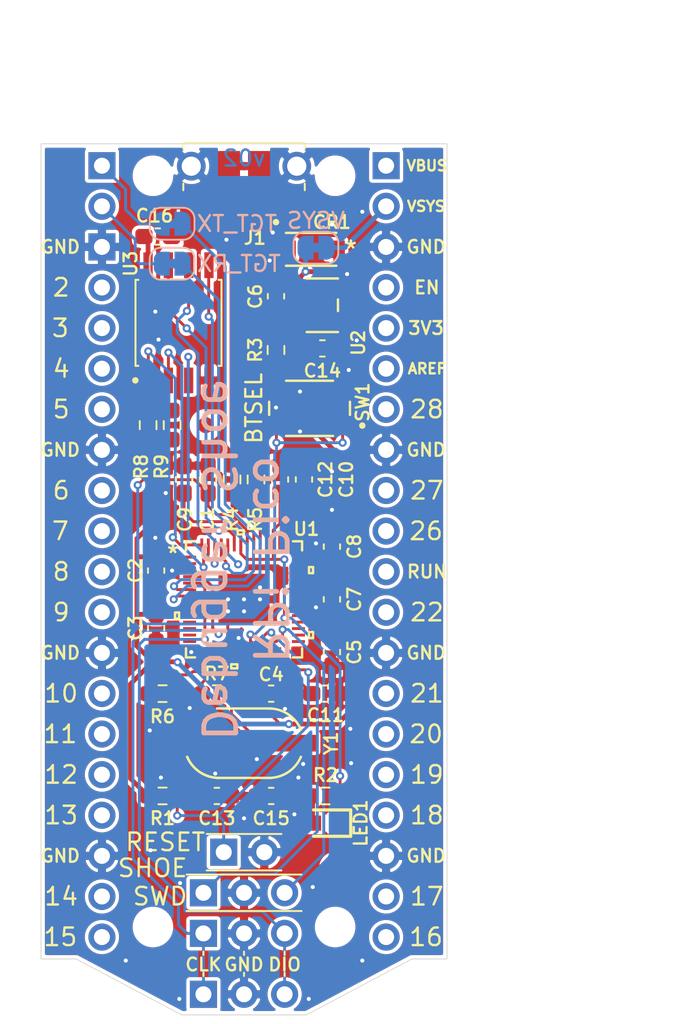
<source format=kicad_pcb>
(kicad_pcb (version 20221018) (generator pcbnew)
  (title_block (title "Raspberry Pi Pico Debugger Shoe") (date "2021-05-16") (rev "v02") (comment 2 "https://creativecommons.org/licenses/by/4.0/") (comment 3 "License: CC BY 4.0") (comment 4 "Author: Shawn Hymel"))
  (layers (0 "F.Cu" signal) (31 "B.Cu" signal) (34 "B.Paste" user) (35 "F.Paste" user) (36 "B.SilkS" user "B.Silkscreen") (37 "F.SilkS" user "F.Silkscreen") (38 "B.Mask" user) (39 "F.Mask" user) (44 "Edge.Cuts" user))
  (net 0 "")
  (net 1 "GND")
  (net 2 "+3V3")
  (net 3 "/VSYS")
  (net 4 "/+1.1V")
  (net 5 "/XIN")
  (net 6 "Net-(C15-Pad1)")
  (net 7 "/VBUS")
  (net 8 "Net-(J1-Pad4)")
  (net 9 "/USB_P")
  (net 10 "/USB_N")
  (net 11 "/RUN")
  (net 12 "/SWDIO")
  (net 13 "/SWCLK")
  (net 14 "Net-(J4-Pad18)")
  (net 15 "Net-(J4-Pad17)")
  (net 16 "Net-(J4-Pad15)")
  (net 17 "Net-(J4-Pad14)")
  (net 18 "Net-(J4-Pad13)")
  (net 19 "Net-(J4-Pad12)")
  (net 20 "Net-(J4-Pad10)")
  (net 21 "Net-(J4-Pad9)")
  (net 22 "Net-(J4-Pad8)")
  (net 23 "Net-(J4-Pad7)")
  (net 24 "Net-(J4-Pad5)")
  (net 25 "Net-(J4-Pad4)")
  (net 26 "Net-(J4-Pad3)")
  (net 27 "Net-(J4-Pad2)")
  (net 28 "Net-(J5-Pad20)")
  (net 29 "Net-(J5-Pad19)")
  (net 30 "Net-(J5-Pad17)")
  (net 31 "Net-(J5-Pad16)")
  (net 32 "Net-(J5-Pad15)")
  (net 33 "Net-(J5-Pad14)")
  (net 34 "Net-(J5-Pad12)")
  (net 35 "Net-(J5-Pad11)")
  (net 36 "Net-(J5-Pad10)")
  (net 37 "Net-(J5-Pad9)")
  (net 38 "Net-(J5-Pad7)")
  (net 39 "Net-(J5-Pad6)")
  (net 40 "Net-(J5-Pad5)")
  (net 41 "Net-(J5-Pad4)")
  (net 42 "Net-(J5-Pad2)")
  (net 43 "Net-(J5-Pad1)")
  (net 44 "/TARGET_SWDIO")
  (net 45 "/TARGET_SWCLK")
  (net 46 "Net-(J8-Pad2)")
  (net 47 "Net-(J8-Pad1)")
  (net 48 "/TARGET_TX")
  (net 49 "/TARGET_RX")
  (net 50 "Net-(LED1-Pad2)")
  (net 51 "/GPIO25")
  (net 52 "Net-(R3-Pad2)")
  (net 53 "Net-(R4-Pad2)")
  (net 54 "Net-(R5-Pad2)")
  (net 55 "/XOUT")
  (net 56 "/USB_BOOT")
  (net 57 "/QSPI_CS")
  (net 58 "/QSPI_SD1")
  (net 59 "/QSPI_SD2")
  (net 60 "/QSPI_SD0")
  (net 61 "/QSPI_SCK")
  (net 62 "/QSPI_SD3")
  (net 63 "Net-(U1-Pad41)")
  (net 64 "Net-(U1-Pad40)")
  (net 65 "Net-(U1-Pad39)")
  (net 66 "Net-(U1-Pad38)")
  (net 67 "Net-(U1-Pad36)")
  (net 68 "Net-(U1-Pad35)")
  (net 69 "Net-(U1-Pad34)")
  (net 70 "Net-(U1-Pad32)")
  (net 71 "Net-(U1-Pad31)")
  (net 72 "Net-(U1-Pad30)")
  (net 73 "Net-(U1-Pad29)")
  (net 74 "Net-(U1-Pad28)")
  (net 75 "Net-(U1-Pad27)")
  (net 76 "Net-(U1-Pad18)")
  (net 77 "Net-(U1-Pad17)")
  (net 78 "Net-(U1-Pad16)")
  (net 79 "Net-(U1-Pad15)")
  (net 80 "Net-(U1-Pad14)")
  (net 81 "Net-(U1-Pad13)")
  (net 82 "Net-(U1-Pad12)")
  (net 83 "Net-(U1-Pad11)")
  (net 84 "Net-(U1-Pad9)")
  (net 85 "Net-(U1-Pad8)")
  (net 86 "Net-(U1-Pad3)")
  (net 87 "Net-(U1-Pad2)")
  (net 88 "Net-(U2-Pad4)")
  (footprint "Capacitor_SMD:C_0603_1608Metric_Pad1.08x0.95mm_HandSolder" (layer "F.Cu") (at 132 106.3 -90)
    (fp_text reference "C3")
    (fp_text value "0.1uF")
  )
  (footprint "Capacitor_SMD:C_0603_1608Metric_Pad1.08x0.95mm_HandSolder" (layer "F.Cu") (at 143 107.8 -90)
    (fp_text reference "C5")
    (fp_text value "0.1uF")
  )
  (footprint "Capacitor_SMD:C_0603_1608Metric_Pad1.08x0.95mm_HandSolder" (layer "F.Cu") (at 143 104.5 -90)
    (fp_text reference "C7")
    (fp_text value "0.1uF")
  )
  (footprint "Capacitor_SMD:C_0603_1608Metric_Pad1.08x0.95mm_HandSolder" (layer "F.Cu") (at 135.8 116.8)
    (fp_text reference "C13")
    (fp_text value "27pF")
  )
  (footprint "Capacitor_SMD:C_0603_1608Metric_Pad1.08x0.95mm_HandSolder" (layer "F.Cu") (at 142.4 88.8 180)
    (fp_text reference "C14")
    (fp_text value "1uF")
  )
  (footprint "Capacitor_SMD:C_0603_1608Metric_Pad1.08x0.95mm_HandSolder" (layer "F.Cu") (at 139.2 116.8 180)
    (fp_text reference "C15")
    (fp_text value "27pF")
  )
  (footprint "Capacitor_SMD:C_0603_1608Metric_Pad1.08x0.95mm_HandSolder" (layer "F.Cu") (at 132.1 81.8)
    (fp_text reference "C16")
    (fp_text value "0.1uF")
  )
  (footprint "mbr120vlsft1g:MBR120VLSFT1G" (layer "F.Cu") (at 141.7 82.6 180)
    (fp_text reference "CR1")
    (fp_text value "MBR120VLSFT1G")
  )
  (footprint "custom:PinHeader_1x02_P2.54mm_Vertical_no-silk" (layer "F.Cu") (at 136.23 120.32 90)
    (fp_text reference "J2" hide)
    (fp_text value "Conn_01x02" hide)
  )
  (footprint "custom:PinHeader_1x03_P2.54mm_Vertical_no-silk" (layer "F.Cu") (at 134.96 122.86 90)
    (fp_text reference "J3" hide)
    (fp_text value "Conn_01x03" hide)
  )
  (footprint "custom:PinHeader_1x18_P2.54mm_Vertical_no-silk" (layer "F.Cu") (at 128.61 82.45)
    (fp_text reference "J4" hide)
    (fp_text value "Conn_01x18" hide)
  )
  (footprint "custom:PinHeader_1x03_P2.54mm_Vertical_no-silk" (layer "F.Cu") (at 134.96 129.21 90)
    (fp_text reference "J7" hide)
    (fp_text value "Conn_01x03" hide)
  )
  (footprint "custom:PinHeader_1x02_P2.54mm_Vertical_no-silk" (layer "F.Cu") (at 128.61 77.37)
    (fp_text reference "J8" hide)
    (fp_text value "Conn_01x02" hide)
  )
  (footprint "Resistor_SMD:R_0603_1608Metric_Pad0.98x0.95mm_HandSolder" (layer "F.Cu") (at 139.5 88.9 -90)
    (fp_text reference "R3")
    (fp_text value "10K")
  )
  (footprint "Resistor_SMD:R_0603_1608Metric_Pad0.98x0.95mm_HandSolder" (layer "F.Cu") (at 131.5 93.6 -90)
    (fp_text reference "R8")
    (fp_text value "1K")
  )
  (footprint "Resistor_SMD:R_0603_1608Metric_Pad0.98x0.95mm_HandSolder" (layer "F.Cu") (at 133 93.6 90)
    (fp_text reference "R9")
    (fp_text value "10K")
  )
  (footprint "W25Q16JVSSIQ:SOIC127P790X216-8N" (layer "F.Cu") (at 133.4 87.2 90)
    (fp_text reference "U3")
    (fp_text value "W25Q16JVSSIQ")
  )
  (footprint "Fiducial:Fiducial_1mm_Mask2mm" (layer "F.Cu") (at 143.2 121.3)
    (fp_text reference "FID2" hide)
    (fp_text value "Fiducial" hide)
  )
  (footprint "MountingHole:MountingHole_2.1mm" (layer "F.Cu") (at 131.8 125)
    (fp_text reference "H3" hide)
    (fp_text value "MountingHole" hide)
  )
  (footprint "MountingHole:MountingHole_2.1mm" (layer "F.Cu") (at 143.2 125)
    (fp_text reference "H4" hide)
    (fp_text value "MountingHole" hide)
  )
  (footprint "custom:PinHeader_1x20_P2.54mm_Vertical_no-silk" (layer "F.Cu") (at 146.39 77.37)
    (fp_text reference "J5" hide)
    (fp_text value "Conn_01x20" hide)
  )
  (footprint "custom:PinHeader_1x03_P2.54mm_Vertical_no-silk" (layer "F.Cu") (at 134.96 125.4 90)
    (fp_text reference "J6" hide)
    (fp_text value "Conn_01x03" hide)
  )
  (footprint "10118193-0001LF:FCI_10118193-0001LF_no-slot" (layer "F.Cu") (at 137.5 77.4 180)
    (fp_text reference "J1")
    (fp_text value "10118193-0001LF")
  )
  (footprint "rp2040:RP2040" (layer "F.Cu") (at 137.5 104.5)
    (fp_text reference "U1")
    (fp_text value "RP2040" hide)
  )
  (footprint "MountingHole:MountingHole_2.1mm" (layer "F.Cu") (at 131.8 78)
    (fp_text reference "H1" hide)
    (fp_text value "MountingHole" hide)
  )
  (footprint "MountingHole:MountingHole_2.1mm" (layer "F.Cu") (at 143.2 78)
    (fp_text reference "H2" hide)
    (fp_text value "MountingHole" hide)
  )
  (footprint "Resistor_SMD:R_0603_1608Metric_Pad0.98x0.95mm_HandSolder" (layer "F.Cu") (at 132.4 116.8)
    (fp_text reference "R1")
    (fp_text value "10K")
  )
  (footprint "Resistor_SMD:R_0603_1608Metric_Pad0.98x0.95mm_HandSolder" (layer "F.Cu") (at 142.6 116.8 180)
    (fp_text reference "R2")
    (fp_text value "1K")
  )
  (footprint "Resistor_SMD:R_0603_1608Metric_Pad0.98x0.95mm_HandSolder" (layer "F.Cu") (at 132.4 110.4 180)
    (fp_text reference "R6")
    (fp_text value "DNP")
  )
  (footprint "abls7m:ABLS7M2-16.000MHZ-D-2Y-T" (layer "F.Cu") (at 137.5 113.5)
    (fp_text reference "Y1")
    (fp_text value "12MHz" hide)
  )
  (footprint "Capacitor_SMD:C_0603_1608Metric_Pad1.08x0.95mm_HandSolder" (layer "F.Cu") (at 132 102.7 -90)
    (fp_text reference "C2")
    (fp_text value "0.1uF")
  )
  (footprint "Capacitor_SMD:C_0603_1608Metric_Pad1.08x0.95mm_HandSolder" (layer "F.Cu") (at 143 101.2 -90)
    (fp_text reference "C8")
    (fp_text value "0.1uF")
  )
  (footprint "Fiducial:Fiducial_1mm_Mask2mm" (layer "F.Cu") (at 135.1 93.6)
    (fp_text reference "FID1" hide)
    (fp_text value "Fiducial" hide)
  )
  (footprint "Capacitor_SMD:C_0603_1608Metric_Pad1.08x0.95mm_HandSolder" (layer "F.Cu") (at 139.5 85.5375 90)
    (fp_text reference "C6")
    (fp_text value "1uF")
  )
  (footprint "Capacitor_SMD:C_0603_1608Metric_Pad1.08x0.95mm_HandSolder" (layer "F.Cu") (at 142.6 110.4)
    (fp_text reference "C11")
    (fp_text value "0.1uF")
  )
  (footprint "Capacitor_SMD:C_0603_1608Metric_Pad1.08x0.95mm_HandSolder" (layer "F.Cu") (at 139.2 110.4)
    (fp_text reference "C4")
    (fp_text value "0.1uF")
  )
  (footprint "Capacitor_SMD:C_0603_1608Metric_Pad1.08x0.95mm_HandSolder" (layer "F.Cu") (at 141.25 97 90)
    (fp_text reference "C10")
    (fp_text value "1uF")
  )
  (footprint "Capacitor_SMD:C_0603_1608Metric_Pad1.08x0.95mm_HandSolder" (layer "F.Cu") (at 133.75 97 90)
    (fp_text reference "C9")
    (fp_text value "0.1uF")
  )
  (footprint "Capacitor_SMD:C_0603_1608Metric_Pad1.08x0.95mm_HandSolder" (layer "F.Cu") (at 135.25 97 90)
    (fp_text reference "C1")
    (fp_text value "0.1uF")
  )
  (footprint "Resistor_SMD:R_0603_1608Metric_Pad0.98x0.95mm_HandSolder" (layer "F.Cu") (at 138.25 97 -90)
    (fp_text reference "R5")
    (fp_text value "27")
  )
  (footprint "Resistor_SMD:R_0603_1608Metric_Pad0.98x0.95mm_HandSolder" (layer "F.Cu") (at 136.75 97 -90)
    (fp_text reference "R4")
    (fp_text value "27")
  )
  (footprint "ap2112:AP2112K-3.3TRG1" (layer "F.Cu") (at 142.4 86.1)
    (fp_text reference "U2")
    (fp_text value "AP2112K-3.3TRG1")
  )
  (footprint "Capacitor_SMD:C_0603_1608Metric_Pad1.08x0.95mm_HandSolder" (layer "F.Cu") (at 139.75 97 90)
    (fp_text reference "C12")
    (fp_text value "1uF")
  )
  (footprint "Resistor_SMD:R_0603_1608Metric_Pad0.98x0.95mm_HandSolder" (layer "F.Cu") (at 135.8 110.4)
    (fp_text reference "R7")
    (fp_text value "1K")
  )
  (footprint "150060VS75000:LEDC1608X80N" (layer "F.Cu") (at 142.6 118.5 180)
    (fp_text reference "LED1")
    (fp_text value "150060VS75000")
  )
  (footprint "PTS810 SJK 250 SMTR LFS:PTS810 SJK 250 SMTR LFS" (layer "F.Cu") (at 141.6 92.55 180)
    (fp_text reference "SW1")
    (fp_text value "PTS810_SJK_250_SMTR_LFS")
  )
  (footprint "Jumper:SolderJumper-2_P1.3mm_Bridged_RoundedPad1.0x1.5mm" (layer "B.Cu") (at 133 81 180)
    (fp_text reference "JP1" hide)
    (fp_text value "SolderJumper_2_Bridged")
  )
  (footprint "Jumper:SolderJumper-2_P1.3mm_Bridged_RoundedPad1.0x1.5mm" (layer "B.Cu") (at 133 83.5 180)
    (fp_text reference "JP2" hide)
    (fp_text value "SolderJumper_2_Bridged")
  )
  (footprint "Jumper:SolderJumper-2_P1.3mm_Bridged_RoundedPad1.0x1.5mm" (layer "B.Cu") (at 142 82.5 180)
    (fp_text reference "JP3" hide)
    (fp_text value "SolderJumper_2_Bridged")
  )
  (gr_line (start 134.96 127.86) (end 134.96 128.07) (stroke (width 0.12)) (layer "F.SilkS"))
  (gr_line (start 140.04 127.86) (end 140.04 128.07) (stroke (width 0.12)) (layer "F.SilkS"))
  (gr_line (start 140.04 126.54) (end 140.04 126.75) (stroke (width 0.12)) (layer "F.SilkS"))
  (gr_line (start 133.9 121.72) (end 141.1 121.72) (stroke (width 0.12)) (layer "F.SilkS"))
  (gr_line (start 135.16 121.46) (end 139.84 121.46) (stroke (width 0.12)) (layer "F.SilkS"))
  (gr_line (start 135.16 119.18) (end 139.84 119.18) (stroke (width 0.12)) (layer "F.SilkS"))
  (gr_line (start 137.5 126.54) (end 137.5 126.75) (stroke (width 0.12)) (layer "F.SilkS"))
  (gr_line (start 133.9 124) (end 141.1 124) (stroke (width 0.12)) (layer "F.SilkS"))
  (gr_line (start 134.96 126.54) (end 134.96 126.75) (stroke (width 0.12)) (layer "F.SilkS"))
  (gr_line (start 137.5 127.86) (end 137.5 128.07) (stroke (width 0.12)) (layer "F.SilkS"))
  (gr_line (start 133.6 130.5) (end 127 127) (stroke (width 0.05)) (layer "Edge.Cuts"))
  (gr_line (start 141.4 130.5) (end 148 127) (stroke (width 0.05)) (layer "Edge.Cuts"))
  (gr_line (start 124.8 127) (end 127 127) (stroke (width 0.05)) (layer "Edge.Cuts"))
  (gr_line (start 150.2 127) (end 148 127) (stroke (width 0.05)) (layer "Edge.Cuts"))
  (gr_line (start 133.6 130.5) (end 141.4 130.5) (stroke (width 0.05)) (layer "Edge.Cuts"))
  (gr_line (start 127 76) (end 148 76) (stroke (width 0.05)) (layer "Edge.Cuts"))
  (gr_line (start 127 76) (end 124.8 76) (stroke (width 0.05)) (layer "Edge.Cuts"))
  (gr_line (start 148 76) (end 150.2 76) (stroke (width 0.05)) (layer "Edge.Cuts"))
  (gr_line (start 124.8 76) (end 124.8 127) (stroke (width 0.05)) (layer "Edge.Cuts"))
  (gr_line (start 150.2 76) (end 150.2 127) (stroke (width 0.05)) (layer "Edge.Cuts"))
  (gr_text "v02" (at 137.5 76.9) (layer "B.Cu") (effects (font (size 1 1)) (justify mirror)))
  (gr_text "TGT_TX" (at 134.46 81) (layer "B.SilkS") (effects (font (size 1 1)) (justify right mirror)))
  (gr_text "TGT_RX" (at 134.46 83.5) (layer "B.SilkS") (effects (font (size 1 1)) (justify right mirror)))
  (gr_text "RPi Pico\nDebugger Shoe" (at 137.5 102 -90) (layer "B.SilkS") (effects (font (size 2 2) (thickness 0.3)) (justify mirror)))
  (gr_text "VSYS" (at 142 80.8) (layer "B.SilkS") (effects (font (size 1 1)) (justify mirror)))
  (gr_text "CLK" (at 134.96 127.35) (layer "F.SilkS") (effects (font (size 0.8 0.8))))
  (gr_text "DIO" (at 140.04 127.35) (layer "F.SilkS") (effects (font (size 0.8 0.8))))
  (gr_text "3" (at 126.01 87.53) (layer "F.SilkS") (effects (font (size 1.1 1.1))))
  (gr_text "4" (at 126.06 90.07) (layer "F.SilkS") (effects (font (size 1.1 1.1))))
  (gr_text "GND\n" (at 126.01 82.45) (layer "F.SilkS") (effects (font (size 0.8 0.8))))
  (gr_text "2" (at 126.06 84.99) (layer "F.SilkS") (effects (font (size 1.1 1.1))))
  (gr_text "GND\n" (at 126.01 107.85) (layer "F.SilkS") (effects (font (size 0.8 0.8))))
  (gr_text "GND\n" (at 126.01 95.15) (layer "F.SilkS") (effects (font (size 0.8 0.8))))
  (gr_text "9" (at 126.06 105.31) (layer "F.SilkS") (effects (font (size 1.1 1.1))))
  (gr_text "7" (at 126.01 100.23) (layer "F.SilkS") (effects (font (size 1.1 1.1))))
  (gr_text "10" (at 126.06 110.39) (layer "F.SilkS") (effects (font (size 1.1 1.1))))
  (gr_text "GND\n" (at 126.01 120.55) (layer "F.SilkS") (effects (font (size 0.8 0.8))))
  (gr_text "15" (at 126.01 125.63) (layer "F.SilkS") (effects (font (size 1.1 1.1))))
  (gr_text "12" (at 126.06 115.47) (layer "F.SilkS") (effects (font (size 1.1 1.1))))
  (gr_text "6" (at 126.06 97.69) (layer "F.SilkS") (effects (font (size 1.1 1.1))))
  (gr_text "5" (at 126.06 92.61) (layer "F.SilkS") (effects (font (size 1.1 1.1))))
  (gr_text "14" (at 126.06 123.09) (layer "F.SilkS") (effects (font (size 1.1 1.1))))
  (gr_text "11" (at 126.01 112.93) (layer "F.SilkS") (effects (font (size 1.1 1.1))))
  (gr_text "13" (at 126.06 118.01) (layer "F.SilkS") (effects (font (size 1.1 1.1))))
  (gr_text "8" (at 126.06 102.77) (layer "F.SilkS") (effects (font (size 1.1 1.1))))
  (gr_text "RUN" (at 148.94 102.77) (layer "F.SilkS") (effects (font (size 0.8 0.8))))
  (gr_text "18" (at 148.94 118.01) (layer "F.SilkS") (effects (font (size 1.1 1.1))))
  (gr_text "20" (at 148.89 112.93) (layer "F.SilkS") (effects (font (size 1.1 1.1))))
  (gr_text "17" (at 148.94 123.09) (layer "F.SilkS") (effects (font (size 1.1 1.1))))
  (gr_text "28" (at 148.94 92.61) (layer "F.SilkS") (effects (font (size 1.1 1.1))))
  (gr_text "27" (at 148.94 97.69) (layer "F.SilkS") (effects (font (size 1.1 1.1))))
  (gr_text "19" (at 148.94 115.47) (layer "F.SilkS") (effects (font (size 1.1 1.1))))
  (gr_text "16" (at 148.89 125.63) (layer "F.SilkS") (effects (font (size 1.1 1.1))))
  (gr_text "GND\n" (at 148.89 120.55) (layer "F.SilkS") (effects (font (size 0.8 0.8))))
  (gr_text "21" (at 148.94 110.39) (layer "F.SilkS") (effects (font (size 1.1 1.1))))
  (gr_text "26" (at 148.89 100.23) (layer "F.SilkS") (effects (font (size 1.1 1.1))))
  (gr_text "22" (at 148.94 105.31) (layer "F.SilkS") (effects (font (size 1.1 1.1))))
  (gr_text "GND\n" (at 148.89 95.15) (layer "F.SilkS") (effects (font (size 0.8 0.8))))
  (gr_text "GND\n" (at 148.89 107.85) (layer "F.SilkS") (effects (font (size 0.8 0.8))))
  (gr_text "EN" (at 148.94 84.99) (layer "F.SilkS") (effects (font (size 0.8 0.8))))
  (gr_text "GND\n" (at 148.89 82.45) (layer "F.SilkS") (effects (font (size 0.8 0.8))))
  (gr_text "AREF" (at 148.94 90.07) (layer "F.SilkS") (effects (font (size 0.65 0.65))))
  (gr_text "3V3" (at 148.89 87.53) (layer "F.SilkS") (effects (font (size 0.8 0.8))))
  (gr_text "VSYS" (at 148.89 79.91) (layer "F.SilkS") (effects (font (size 0.65 0.65))))
  (gr_text "VBUS" (at 148.94 77.37) (layer "F.SilkS") (effects (font (size 0.65 0.65))))
  (gr_text "SHOE\nSWD" (at 134.05 122.2) (layer "F.SilkS") (effects (font (size 1.1 1.1)) (justify right)))
  (gr_text "RESET" (at 135.16 119.69) (layer "F.SilkS") (effects (font (size 1.1 1.1)) (justify right)))
  (gr_text "BTSEL" (at 138.12 92.55 90) (layer "F.SilkS") (effects (font (size 1 1))))
  (gr_text "GND" (at 137.5 127.35) (layer "F.SilkS") (effects (font (size 0.8 0.8))))
  (segment (start 143 102.0625) (end 143 101.96) (width 0.18) (layer "F.Cu") (net 1))
  (segment (start 136.484 106.766) (end 136.484 105.516) (width 0.18) (layer "F.Cu") (net 1))
  (segment (start 143 105.3625) (end 143 105.26) (width 0.18) (layer "F.Cu") (net 1))
  (segment (start 132 102.9) (end 132.2 102.7) (width 0.18) (layer "F.Cu") (net 1))
  (segment (start 132.2 102.7) (end 133 102.7) (width 0.18) (layer "F.Cu") (net 1))
  (segment (start 136.484 106.766) (end 137.006 106.766) (width 0.18) (layer "F.Cu") (net 1))
  (segment (start 140.0625 110.4) (end 140.0625 111.3525) (width 0.18) (layer "F.Cu") (net 1))
  (segment (start 136.484 105.516) (end 137.5 104.5) (width 0.18) (layer "F.Cu") (net 1))
  (segment (start 137.006 106.766) (end 137.16 106.92) (width 0.18) (layer "F.Cu") (net 1))
  (segment (start 136.484 107.9036) (end 136.484 106.766) (width 0.18) (layer "F.Cu") (net 1))
  (segment (start 132 103.5625) (end 132 102.9) (width 0.18) (layer "F.Cu") (net 1))
  (via (at 136.4 82) (size 0.508) (drill 0.254) (layers "F.Cu" "B.Cu") (net 1))
  (via (at 143 81.05) (size 0.508) (drill 0.254) (layers "F.Cu" "B.Cu") (net 1))
  (via (at 137.5 118.2) (size 0.508) (drill 0.254) (layers "F.Cu" "B.Cu") (net 1))
  (via (at 141.2 114.8) (size 0.508) (drill 0.254) (layers "F.Cu" "B.Cu") (net 1))
  (via (at 132.15 88.25) (size 0.508) (drill 0.254) (layers "F.Cu" "B.Cu") (net 1))
  (via (at 141.8 122.5) (size 0.508) (drill 0.254) (layers "F.Cu" "B.Cu") (net 1))
  (via (at 141 91.5) (size 0.508) (drill 0.254) (layers "F.Cu" "B.Cu") (net 1))
  (via (at 139.5 92.5) (size 0.508) (drill 0.254) (layers "F.Cu" "B.Cu") (net 1))
  (via (at 137.5 104.5) (size 0.508) (drill 0.254) (layers "F.Cu" "B.Cu") (net 1))
  (via (at 144.55 88.3) (size 0.508) (drill 0.254) (layers "F.Cu" "B.Cu") (net 1))
  (via (at 133.5 122.25) (size 0.508) (drill 0.254) (layers "F.Cu" "B.Cu") (net 1))
  (via (at 130.1 127.1) (size 0.508) (drill 0.254) (layers "F.Cu" "B.Cu") (net 1))
  (via (at 144.05 90.15) (size 0.508) (drill 0.254) (layers "F.Cu" "B.Cu") (net 1))
  (via (at 144.9 80.25) (size 0.508) (drill 0.254) (layers "F.Cu" "B.Cu") (net 1))
  (via (at 132.3 115.65) (size 0.508) (drill 0.254) (layers "F.Cu" "B.Cu") (net 1))
  (via (at 138.5 104.5) (size 0.508) (drill 0.254) (layers "F.Cu" "B.Cu") (net 1))
  (via (at 144.9 127.1) (size 0.508) (drill 0.254) (layers "F.Cu" "B.Cu") (net 1))
  (via (at 137.5 105.25) (size 0.508) (drill 0.254) (layers "F.Cu" "B.Cu") (net 1))
  (via (at 132.6 97.85) (size 0.508) (drill 0.254) (layers "F.Cu" "B.Cu") (net 1))
  (via (at 140.65 117.95) (size 0.508) (drill 0.254) (layers "F.Cu" "B.Cu") (net 1))
  (via (at 144.2 114.75) (size 0.508) (drill 0.254) (layers "F.Cu" "B.Cu") (net 1))
  (via (at 131.65 120.2) (size 0.508) (drill 0.254) (layers "F.Cu" "B.Cu") (net 1))
  (via (at 143.95 84.15) (size 0.508) (drill 0.254) (layers "F.Cu" "B.Cu") (net 1))
  (via (at 141.55 129.5) (size 0.508) (drill 0.254) (layers "F.Cu" "B.Cu") (net 1))
  (via (at 144.15 112.6) (size 0.508) (drill 0.254) (layers "F.Cu" "B.Cu") (net 1))
  (via (at 142 101) (size 0.508) (drill 0.254) (layers "F.Cu" "B.Cu") (net 1))
  (via (at 141 94) (size 0.508) (drill 0.254) (layers "F.Cu" "B.Cu") (net 1))
  (via (at 139.3 81.55) (size 0.508) (drill 0.254) (layers "F.Cu" "B.Cu") (net 1))
  (via (at 138.3 114.5) (size 0.508) (drill 0.254) (layers "F.Cu" "B.Cu") (net 1))
  (via (at 135.7 115.4) (size 0.508) (drill 0.254) (layers "F.Cu" "B.Cu") (net 1))
  (via (at 131.95 86.5) (size 0.508) (drill 0.254) (layers "F.Cu" "B.Cu") (net 1))
  (via (at 133.45 129.5) (size 0.508) (drill 0.254) (layers "F.Cu" "B.Cu") (net 1))
  (via (at 133 102.7) (size 0.508) (drill 0.254) (layers "F.Cu" "B.Cu") (net 1))
  (via (at 138.5 103.75) (size 0.508) (drill 0.254) (layers "F.Cu" "B.Cu") (net 1))
  (via (at 136.5 104.5) (size 0.508) (drill 0.254) (layers "F.Cu" "B.Cu") (net 1))
  (via (at 137.16 106.92) (size 0.508) (drill 0.254) (layers "F.Cu" "B.Cu") (net 1))
  (via (at 131.95 100.65) (size 0.508) (drill 0.254) (layers "F.Cu" "B.Cu") (net 1))
  (via (at 143 96.5) (size 0.508) (drill 0.254) (layers "F.Cu" "B.Cu") (net 1))
  (via (at 143 98.9) (size 0.508) (drill 0.254) (layers "F.Cu" "B.Cu") (net 1))
  (via (at 140.9 115.65) (size 0.508) (drill 0.254) (layers "F.Cu" "B.Cu") (net 1))
  (via (at 142 105) (size 0.508) (drill 0.254) (layers "F.Cu" "B.Cu") (net 1))
  (via (at 131.6 112.7) (size 0.508) (drill 0.254) (layers "F.Cu" "B.Cu") (net 1))
  (via (at 136.5 105.25) (size 0.508) (drill 0.254) (layers "F.Cu" "B.Cu") (net 1))
  (via (at 134.2 107.8) (size 0.508) (drill 0.254) (layers "F.Cu" "B.Cu") (net 1))
  (via (at 140.0625 111.3525) (size 0.508) (drill 0.254) (layers "F.Cu" "B.Cu") (net 1))
  (via (at 134.1 111.3) (size 0.508) (drill 0.254) (layers "F.Cu" "B.Cu") (net 1))
  (via (at 139.1 83.3) (size 0.508) (drill 0.254) (layers "F.Cu" "B.Cu") (net 1))
  (segment (start 144.5 106.9) (end 144.5 106.9) (width 0.3) (layer "F.Cu") (net 2))
  (segment (start 130.8 105.4) (end 130.8 107.42921) (width 0.3) (layer "F.Cu") (net 2))
  (segment (start 130.8375 105.4375) (end 130.8 105.4) (width 0.3) (layer "F.Cu") (net 2))
  (segment (start 134.40249 97.01499) (end 131.96499 97.01499) (width 0.18) (layer "F.Cu") (net 2))
  (segment (start 130.65499 93.189142) (end 130.65499 86.55501) (width 0.3) (layer "F.Cu") (net 2))
  (segment (start 130.8 107.42921) (end 131.78079 108.41) (width 0.3) (layer "F.Cu") (net 2))
  (segment (start 135.8 99.2) (end 135.25 98.65) (width 0.18) (layer "F.Cu") (net 2))
  (segment (start 137.7032 108.7832) (end 138.3375 109.4175) (width 0.18) (layer "F.Cu") (net 2))
  (segment (start 138.1096 101.0964) (end 138.1096 100.3096) (width 0.18) (layer "F.Cu") (net 2))
  (segment (start 144.5 98.3) (end 144.5 97.8) (width 0.3) (layer "F.Cu") (net 2))
  (segment (start 132.14249 93.65499) (end 131.120838 93.65499) (width 0.3) (layer "F.Cu") (net 2))
  (segment (start 142.7 85.4) (end 142.7 87.3) (width 0.3) (layer "F.Cu") (net 2))
  (segment (start 132.0209 101.8584) (end 132 101.8375) (width 0.18) (layer "F.Cu") (net 2))
  (segment (start 142.17 102.09) (end 142.17 102.81) (width 0.18) (layer "F.Cu") (net 2))
  (segment (start 130.8 100.7) (end 130.8 101.8) (width 0.3) (layer "F.Cu") (net 2))
  (segment (start 143 103.6375) (end 144.4625 103.6375) (width 0.3) (layer "F.Cu") (net 2))
  (segment (start 131.495 83.595) (end 131.495 82.0575) (width 0.3) (layer "F.Cu") (net 2))
  (segment (start 132.0785 105.516) (end 132 105.4375) (width 0.18) (layer "F.Cu") (net 2))
  (segment (start 141.25 97.8625) (end 144.4375 97.8625) (width 0.3) (layer "F.Cu") (net 2))
  (segment (start 141.586 105.516) (end 140.9036 105.516) (width 0.18) (layer "F.Cu") (net 2))
  (segment (start 132 101.8375) (end 130.8375 101.8375) (width 0.3) (layer "F.Cu") (net 2))
  (segment (start 137.7032 107.9036) (end 137.7032 108.7832) (width 0.18) (layer "F.Cu") (net 2))
  (segment (start 139.7352 101.0964) (end 139.7352 100.330498) (width 0.18) (layer "F.Cu") (net 2))
  (segment (start 138.007502 100.207502) (end 137.7032 100.207502) (width 0.18) (layer "F.Cu") (net 2))
  (segment (start 144.5 97.8) (end 144.5 96.54) (width 0.3) (layer "F.Cu") (net 2))
  (segment (start 130.8 105.4) (end 130.8 101.8) (width 0.3) (layer "F.Cu") (net 2))
  (segment (start 143 100.3375) (end 144.4625 100.3375) (width 0.3) (layer "F.Cu") (net 2))
  (segment (start 144.5 111.14) (end 143.339998 112.300002) (width 0.3) (layer "F.Cu") (net 2))
  (segment (start 133 94.5125) (end 132.14249 93.65499) (width 0.3) (layer "F.Cu") (net 2))
  (segment (start 144.5 98.3) (end 144.5 100.3) (width 0.3) (layer "F.Cu") (net 2))
  (segment (start 131.96001 97.01001) (end 131.96001 99.53999) (width 0.3) (layer "F.Cu") (net 2))
  (segment (start 132 105.4375) (end 130.8375 105.4375) (width 0.3) (layer "F.Cu") (net 2))
  (segment (start 130.4 115.7125) (end 130.4 109.79079) (width 0.3) (layer "F.Cu") (net 2))
  (segment (start 142.7 87.3) (end 143.2625 87.8625) (width 0.3) (layer "F.Cu") (net 2))
  (segment (start 140.9036 101.8584) (end 141.9384 101.8584) (width 0.18) (layer "F.Cu") (net 2))
  (segment (start 134.0964 101.8584) (end 132.0209 101.8584) (width 0.18) (layer "F.Cu") (net 2))
  (segment (start 141.25 98.815698) (end 141.25 97.8625) (width 0.18) (layer "F.Cu") (net 2))
  (segment (start 144.4625 106.9375) (end 144.5 106.9) (width 0.3) (layer "F.Cu") (net 2))
  (segment (start 144.5 106.9) (end 144.5 111.14) (width 0.3) (layer "F.Cu") (net 2))
  (segment (start 135.25 98.65) (end 135.25 97.8625) (width 0.18) (layer "F.Cu") (net 2))
  (segment (start 144.5 100.3) (end 144.5 103.6) (width 0.3) (layer "F.Cu") (net 2))
  (segment (start 143 106.93) (end 141.586 105.516) (width 0.18) (layer "F.Cu") (net 2))
  (segment (start 142.17 102.81) (end 142.9975 103.6375) (width 0.18) (layer "F.Cu") (net 2))
  (segment (start 143.2625 87.8625) (end 143.2625 88.8) (width 0.3) (layer "F.Cu") (net 2))
  (segment (start 140.1416 101.0964) (end 140.1416 100.5434) (width 0.18) (layer "F.Cu") (net 2))
  (segment (start 141.9384 101.8584) (end 142.17 102.09) (width 0.18) (layer "F.Cu") (net 2))
  (segment (start 144.5 96.54) (end 142.15 94.19) (width 0.3) (layer "F.Cu") (net 2))
  (segment (start 131.96001 95.55249) (end 131.96001 97.01001) (width 0.3) (layer "F.Cu") (net 2))
  (segment (start 143.75255 85.149999) (end 142.950001 85.149999) (width 0.3) (layer "F.Cu") (net 2))
  (segment (start 143.2625 89.6375) (end 143.2625 88.8) (width 0.3) (layer "F.Cu") (net 2))
  (segment (start 130.8375 101.8375) (end 130.8 101.8) (width 0.3) (layer "F.Cu") (net 2))
  (segment (start 137.7032 101.0964) (end 137.7032 100.207502) (width 0.18) (layer "F.Cu") (net 2))
  (segment (start 143.339998 112.300002) (end 140.3 112.300002) (width 0.3) (layer "F.Cu") (net 2))
  (segment (start 133 94.5125) (end 131.96001 95.55249) (width 0.3) (layer "F.Cu") (net 2))
  (segment (start 143 106.9375) (end 144.4625 106.9375) (width 0.3) (layer "F.Cu") (net 2))
  (segment (start 130.4 109.79079) (end 131.78079 108.41) (width 0.3) (layer "F.Cu") (net 2))
  (segment (start 144.4625 100.3375) (end 144.5 100.3) (width 0.3) (layer "F.Cu") (net 2))
  (segment (start 142.15 90.75) (end 143.2625 89.6375) (width 0.3) (layer "F.Cu") (net 2))
  (segment (start 130.65499 86.55501) (end 131.495 85.715) (width 0.3) (layer "F.Cu") (net 2))
  (segment (start 131.96001 99.53999) (end 130.8 100.7) (width 0.3) (layer "F.Cu") (net 2))
  (segment (start 131.495 82.0575) (end 131.2375 81.8) (width 0.3) (layer "F.Cu") (net 2))
  (segment (start 134.0964 105.516) (end 132.0785 105.516) (width 0.18) (layer "F.Cu") (net 2))
  (segment (start 142.9975 103.6375) (end 143 103.6375) (width 0.18) (layer "F.Cu") (net 2))
  (segment (start 138.3375 109.4175) (end 138.3375 110.4) (width 0.18) (layer "F.Cu") (net 2))
  (segment (start 138.3375 110.4) (end 138.3375 110.875) (width 0.18) (layer "F.Cu") (net 2))
  (segment (start 135.25 97.8625) (end 134.40249 97.01499) (width 0.18) (layer "F.Cu") (net 2))
  (segment (start 140.1416 100.5434) (end 140.3475 100.3375) (width 0.18) (layer "F.Cu") (net 2))
  (segment (start 131.4875 116.8) (end 130.4 115.7125) (width 0.3) (layer "F.Cu") (net 2))
  (segment (start 142.15 94.19) (end 142.15 90.75) (width 0.3) (layer "F.Cu") (net 2))
  (segment (start 131.495 85.715) (end 131.495 83.595) (width 0.3) (layer "F.Cu") (net 2))
  (segment (start 144.4625 103.6375) (end 144.5 103.6) (width 0.3) (layer "F.Cu") (net 2))
  (segment (start 138.1096 100.3096) (end 138.007502 100.207502) (width 0.18) (layer "F.Cu") (net 2))
  (segment (start 144.4375 97.8625) (end 144.5 97.8) (width 0.3) (layer "F.Cu") (net 2))
  (segment (start 143 106.9375) (end 143 106.93) (width 0.18) (layer "F.Cu") (net 2))
  (segment (start 144.5 103.6) (end 144.5 106.9) (width 0.3) (layer "F.Cu") (net 2))
  (segment (start 131.78079 108.41) (end 133.319998 108.41) (width 0.3) (layer "F.Cu") (net 2))
  (segment (start 133.319998 108.41) (end 133.339998 108.43) (width 0.3) (layer "F.Cu") (net 2))
  (segment (start 131.96499 97.01499) (end 131.96001 97.01001) (width 0.18) (layer "F.Cu") (net 2))
  (segment (start 136.695698 99.2) (end 135.8 99.2) (width 0.18) (layer "F.Cu") (net 2))
  (segment (start 140.3475 100.3375) (end 143 100.3375) (width 0.18) (layer "F.Cu") (net 2))
  (segment (start 139.7352 100.330498) (end 141.25 98.815698) (width 0.18) (layer "F.Cu") (net 2))
  (segment (start 131.120838 93.65499) (end 130.65499 93.189142) (width 0.3) (layer "F.Cu") (net 2))
  (segment (start 139.762502 112.300002) (end 140.3 112.300002) (width 0.18) (layer "F.Cu") (net 2))
  (segment (start 138.3375 110.875) (end 139.762502 112.300002) (width 0.18) (layer "F.Cu") (net 2))
  (segment (start 142.950001 85.149999) (end 142.7 85.4) (width 0.3) (layer "F.Cu") (net 2))
  (segment (start 137.7032 100.207502) (end 136.695698 99.2) (width 0.18) (layer "F.Cu") (net 2))
  (via (at 140.3 112.300002) (size 0.508) (drill 0.254) (layers "F.Cu" "B.Cu") (net 2))
  (via (at 133.339998 108.43) (size 0.508) (drill 0.254) (layers "F.Cu" "B.Cu") (net 2))
  (segment (start 137.21 112.300002) (end 140.3 112.300002) (width 0.3) (layer "B.Cu") (net 2))
  (segment (start 133.339998 108.43) (end 137.21 112.300002) (width 0.3) (layer "B.Cu") (net 2))
  (segment (start 140.680001 85.149999) (end 141.04745 85.149999) (width 0.3) (layer "F.Cu") (net 3))
  (segment (start 142.05 84) (end 142.9 84) (width 0.3) (layer "F.Cu") (net 3))
  (segment (start 143.2367 83.6633) (end 142.9 84) (width 0.3) (layer "F.Cu") (net 3))
  (segment (start 141.04745 85.149999) (end 141.04745 84.30255) (width 0.3) (layer "F.Cu") (net 3))
  (segment (start 139.5 86.33) (end 140.680001 85.149999) (width 0.3) (layer "F.Cu") (net 3))
  (segment (start 143.2367 82.6) (end 143.2367 83.6633) (width 0.3) (layer "F.Cu") (net 3))
  (segment (start 139.5 86.4) (end 139.5 86.33) (width 0.3) (layer "F.Cu") (net 3))
  (segment (start 141.35 84) (end 142.05 84) (width 0.3) (layer "F.Cu") (net 3))
  (segment (start 141.04745 84.30255) (end 141.35 84) (width 0.3) (layer "F.Cu") (net 3))
  (segment (start 139.5 86.4) (end 139.5 87.9875) (width 0.3) (layer "F.Cu") (net 3))
  (via (at 141.35 84) (size 0.508) (drill 0.254) (layers "F.Cu" "B.Cu") (net 3))
  (segment (start 141.35 82.5) (end 141.35 84) (width 0.3) (layer "B.Cu") (net 3))
  (segment (start 139.35 102) (end 140.02 102) (width 0.18) (layer "F.Cu") (net 4))
  (segment (start 137.2968 101.638063) (end 137.658737 102) (width 0.18) (layer "F.Cu") (net 4))
  (segment (start 138.1096 107.9036) (end 138.1096 107.3096) (width 0.18) (layer "F.Cu") (net 4))
  (segment (start 137.658737 102) (end 139.35 102) (width 0.18) (layer "F.Cu") (net 4))
  (segment (start 133.75 97.8625) (end 133.75 99.05) (width 0.18) (layer "F.Cu") (net 4))
  (segment (start 137.2968 101.0964) (end 137.2968 101.638063) (width 0.18) (layer "F.Cu") (net 4))
  (segment (start 134.34 99.64) (end 136.57 99.64) (width 0.18) (layer "F.Cu") (net 4))
  (segment (start 137.2968 100.3668) (end 137.2968 101.0964) (width 0.18) (layer "F.Cu") (net 4))
  (segment (start 139.3288 101.9788) (end 139.35 102) (width 0.18) (layer "F.Cu") (net 4))
  (segment (start 139.3288 101.0964) (end 139.3288 101.9788) (width 0.18) (layer "F.Cu") (net 4))
  (segment (start 139.75 97.8625) (end 139.75 99.75) (width 0.18) (layer "F.Cu") (net 4))
  (segment (start 138.1096 107.3096) (end 137.9 107.1) (width 0.18) (layer "F.Cu") (net 4))
  (segment (start 138.920011 109.310011) (end 140.647511 109.310011) (width 0.18) (layer "F.Cu") (net 4))
  (segment (start 138.1096 108.4996) (end 138.920011 109.310011) (width 0.18) (layer "F.Cu") (net 4))
  (segment (start 136.57 99.64) (end 137.2968 100.3668) (width 0.18) (layer "F.Cu") (net 4))
  (segment (start 139.75 99.75) (end 139.3288 100.1712) (width 0.18) (layer "F.Cu") (net 4))
  (segment (start 137.9 107.1) (end 137.9 106.7) (width 0.18) (layer "F.Cu") (net 4))
  (segment (start 140.647511 109.310011) (end 141.7375 110.4) (width 0.18) (layer "F.Cu") (net 4))
  (segment (start 139.3288 100.1712) (end 139.3288 101.0964) (width 0.18) (layer "F.Cu") (net 4))
  (segment (start 133.75 99.05) (end 134.34 99.64) (width 0.18) (layer "F.Cu") (net 4))
  (segment (start 138.1096 107.9036) (end 138.1096 108.4996) (width 0.18) (layer "F.Cu") (net 4))
  (via (at 140.02 102) (size 0.508) (drill 0.254) (layers "F.Cu" "B.Cu") (net 4))
  (via (at 137.9 106.7) (size 0.508) (drill 0.254) (layers "F.Cu" "B.Cu") (net 4))
  (segment (start 138.18 106.7) (end 140.02 104.86) (width 0.18) (layer "B.Cu") (net 4))
  (segment (start 140.02 104.86) (end 140.02 102) (width 0.18) (layer "B.Cu") (net 4))
  (segment (start 137.9 106.7) (end 138.18 106.7) (width 0.18) (layer "B.Cu") (net 4))
  (segment (start 134.090721 109.224001) (end 134.294732 109.01999) (width 0.18) (layer "F.Cu") (net 5))
  (segment (start 136.36041 109.01999) (end 136.8904 108.49) (width 0.18) (layer "F.Cu") (net 5))
  (segment (start 131.4875 110.4) (end 132.663499 109.224001) (width 0.18) (layer "F.Cu") (net 5))
  (segment (start 134.294732 109.01999) (end 136.36041 109.01999) (width 0.18) (layer "F.Cu") (net 5))
  (segment (start 136.8904 108.49) (end 136.8904 107.9036) (width 0.18) (layer "F.Cu") (net 5))
  (segment (start 134.5409 114.2809) (end 134.9375 114.6775) (width 0.18) (layer "F.Cu") (net 5))
  (segment (start 133.87 112.02) (end 134.5409 112.6909) (width 0.18) (layer "F.Cu") (net 5))
  (segment (start 131.4875 110.4) (end 133.1075 112.02) (width 0.18) (layer "F.Cu") (net 5))
  (segment (start 132.663499 109.224001) (end 134.090721 109.224001) (width 0.18) (layer "F.Cu") (net 5))
  (segment (start 134.9375 114.6775) (end 134.9375 116.8) (width 0.18) (layer "F.Cu") (net 5))
  (segment (start 133.1075 112.02) (end 133.87 112.02) (width 0.18) (layer "F.Cu") (net 5))
  (segment (start 134.5409 113.5) (end 134.5409 114.2809) (width 0.18) (layer "F.Cu") (net 5))
  (segment (start 134.5409 112.6909) (end 134.5409 113.5) (width 0.18) (layer "F.Cu") (net 5))
  (segment (start 138.55 113.5) (end 140.4591 113.5) (width 0.18) (layer "F.Cu") (net 6))
  (segment (start 140.4591 114.2809) (end 140.0625 114.6775) (width 0.18) (layer "F.Cu") (net 6))
  (segment (start 136.7125 110.4) (end 136.7125 111.6625) (width 0.18) (layer "F.Cu") (net 6))
  (segment (start 140.0625 114.6775) (end 140.0625 116.8) (width 0.18) (layer "F.Cu") (net 6))
  (segment (start 140.4591 113.5) (end 140.4591 114.2809) (width 0.18) (layer "F.Cu") (net 6))
  (segment (start 136.7125 111.6625) (end 138.55 113.5) (width 0.18) (layer "F.Cu") (net 6))
  (segment (start 140.1633 81.4933) (end 140.1633 82.6) (width 0.3) (layer "F.Cu") (net 7))
  (segment (start 139.165 80.075) (end 139.529999 80.439999) (width 0.3) (layer "F.Cu") (net 7))
  (segment (start 138.8 80.075) (end 139.165 80.075) (width 0.3) (layer "F.Cu") (net 7))
  (segment (start 139.529999 80.439999) (end 139.529999 80.859999) (width 0.3) (layer "F.Cu") (net 7))
  (segment (start 139.529999 80.859999) (end 140.1633 81.4933) (width 0.3) (layer "F.Cu") (net 7))
  (segment (start 137.3 81.6) (end 137.3 82.4) (width 0.77) (layer "F.Cu") (net 9))
  (segment (start 137.3 81.125001) (end 137.5 80.925001) (width 0.25) (layer "F.Cu") (net 9))
  (segment (start 137.3 81.6) (end 137.3 81.125001) (width 0.25) (layer "F.Cu") (net 9))
  (segment (start 136.979989 95.857511) (end 136.75 96.0875) (width 0.18) (layer "F.Cu") (net 9))
  (segment (start 137.5 80.925001) (end 137.5 80.075) (width 0.25) (layer "F.Cu") (net 9))
  (segment (start 136.979989 82.720011) (end 136.979989 94.541189) (width 0.77) (layer "F.Cu") (net 9))
  (segment (start 136.979989 94.541189) (end 136.979989 95.857511) (width 0.18) (layer "F.Cu") (net 9))
  (segment (start 137.3 82.4) (end 136.979989 82.720011) (width 0.77) (layer "F.Cu") (net 9))
  (segment (start 138.4 81.1) (end 138.15 80.85) (width 0.25) (layer "F.Cu") (net 10))
  (segment (start 138.4 82.742513) (end 138 83.142513) (width 0.77) (layer "F.Cu") (net 10))
  (segment (start 138 95.8375) (end 138.25 96.0875) (width 0.18) (layer "F.Cu") (net 10))
  (segment (start 138.15 80.85) (end 138.15 80.075) (width 0.25) (layer "F.Cu") (net 10))
  (segment (start 138 83.142513) (end 138 94.5612) (width 0.77) (layer "F.Cu") (net 10))
  (segment (start 138.4 81.6) (end 138.4 82.742513) (width 0.77) (layer "F.Cu") (net 10))
  (segment (start 138.4 81.6) (end 138.4 81.1) (width 0.25) (layer "F.Cu") (net 10))
  (segment (start 138 94.5612) (end 138 95.8375) (width 0.18) (layer "F.Cu") (net 10))
  (segment (start 141.37 108.91) (end 141.52 109.06) (width 0.18) (layer "F.Cu") (net 11))
  (segment (start 133.32 118.03) (end 133.32 116.8075) (width 0.18) (layer "F.Cu") (net 11))
  (segment (start 139.688298 108.91) (end 141.37 108.91) (width 0.18) (layer "F.Cu") (net 11))
  (segment (start 139.3288 107.9036) (end 139.3288 108.550502) (width 0.18) (layer "F.Cu") (net 11))
  (segment (start 139.3288 108.550502) (end 139.688298 108.91) (width 0.18) (layer "F.Cu") (net 11))
  (segment (start 133.32 116.8075) (end 133.3125 116.8) (width 0.18) (layer "F.Cu") (net 11))
  (via (at 141.52 109.06) (size 0.508) (drill 0.254) (layers "F.Cu" "B.Cu") (net 11))
  (via (at 133.32 118.03) (size 0.508) (drill 0.254) (layers "F.Cu" "B.Cu") (net 11))
  (segment (start 135.88 118.03) (end 133.32 118.03) (width 0.18) (layer "B.Cu") (net 11))
  (segment (start 136.23 120.32) (end 136.23 118.38) (width 0.18) (layer "B.Cu") (net 11))
  (segment (start 136.23 118.38) (end 135.88 118.03) (width 0.18) (layer "B.Cu") (net 11))
  (segment (start 141.52 112.39) (end 135.88 118.03) (width 0.18) (layer "B.Cu") (net 11))
  (segment (start 141.52 109.06) (end 141.52 112.39) (width 0.18) (layer "B.Cu") (net 11))
  (segment (start 138.9224 107.256698) (end 139.039098 107.14) (width 0.18) (layer "F.Cu") (net 12))
  (segment (start 138.9224 107.9036) (end 138.9224 107.256698) (width 0.18) (layer "F.Cu") (net 12))
  (segment (start 139.912263 106.747963) (end 139.912263 106.388753) (width 0.18) (layer "F.Cu") (net 12))
  (segment (start 139.039098 107.14) (end 139.520226 107.14) (width 0.18) (layer "F.Cu") (net 12))
  (segment (start 139.520226 107.14) (end 139.912263 106.747963) (width 0.18) (layer "F.Cu") (net 12))
  (via (at 139.912263 106.388753) (size 0.508) (drill 0.254) (layers "F.Cu" "B.Cu") (net 12))
  (segment (start 140.271473 106.388753) (end 139.912263 106.388753) (width 0.18) (layer "B.Cu") (net 12))
  (segment (start 142.49 120.41) (end 142.49 108.60728) (width 0.18) (layer "B.Cu") (net 12))
  (segment (start 142.49 108.60728) (end 140.271473 106.388753) (width 0.18) (layer "B.Cu") (net 12))
  (segment (start 140.04 122.86) (end 142.49 120.41) (width 0.18) (layer "B.Cu") (net 12))
  (segment (start 138.958734 106.57599) (end 139.2 106.57599) (width 0.18) (layer "F.Cu") (net 13))
  (segment (start 138.516 107.018724) (end 138.958734 106.57599) (width 0.18) (layer "F.Cu") (net 13))
  (segment (start 138.516 107.9036) (end 138.516 107.018724) (width 0.18) (layer "F.Cu") (net 13))
  (via (at 139.2 106.57599) (size 0.508) (drill 0.254) (layers "F.Cu" "B.Cu") (net 13))
  (segment (start 136.120001 121.699999) (end 139.410001 121.699999) (width 0.18) (layer "B.Cu") (net 13))
  (segment (start 141.775999 108.495999) (end 141.120009 108.495999) (width 0.18) (layer "B.Cu") (net 13))
  (segment (start 142.084001 108.804001) (end 141.775999 108.495999) (width 0.18) (layer "B.Cu") (net 13))
  (segment (start 134.96 122.86) (end 136.120001 121.699999) (width 0.18) (layer "B.Cu") (net 13))
  (segment (start 141.120009 108.495999) (end 139.2 106.57599) (width 0.18) (layer "B.Cu") (net 13))
  (segment (start 142.084001 119.025999) (end 142.084001 108.804001) (width 0.18) (layer "B.Cu") (net 13))
  (segment (start 139.410001 121.699999) (end 142.084001 119.025999) (width 0.18) (layer "B.Cu") (net 13))
  (segment (start 143.8 82.5) (end 146.39 79.91) (width 0.3) (layer "B.Cu") (net 42))
  (segment (start 142.65 82.5) (end 143.8 82.5) (width 0.3) (layer "B.Cu") (net 42))
  (segment (start 135.05 103.790698) (end 135.05 107.004021) (width 0.18) (layer "F.Cu") (net 44))
  (segment (start 134.743302 103.484) (end 135.05 103.790698) (width 0.18) (layer "F.Cu") (net 44))
  (segment (start 134.0964 103.484) (end 134.743302 103.484) (width 0.18) (layer "F.Cu") (net 44))
  (via (at 135.05 107.004021) (size 0.508) (drill 0.254) (layers "F.Cu" "B.Cu") (net 44))
  (segment (start 131.26598 107.004021) (end 135.05 107.004021) (width 0.18) (layer "B.Cu") (net 44))
  (segment (start 133.799999 123.958001) (end 133.799999 123.359999) (width 0.18) (layer "B.Cu") (net 44))
  (segment (start 140.04 125.4) (end 140.04 129.21) (width 0.18) (layer "B.Cu") (net 44))
  (segment (start 130.950011 120.510011) (end 130.950011 118.490011) (width 0.18) (layer "B.Cu") (net 44))
  (segment (start 133.861999 124.020001) (end 133.799999 123.958001) (width 0.18) (layer "B.Cu") (net 44))
  (segment (start 140.04 125.4) (end 138.660001 124.020001) (width 0.18) (layer "B.Cu") (net 44))
  (segment (start 130.950011 107.31999) (end 131.26598 107.004021) (width 0.18) (layer "B.Cu") (net 44))
  (segment (start 138.660001 124.020001) (end 133.861999 124.020001) (width 0.18) (layer "B.Cu") (net 44))
  (segment (start 130.950011 118.490011) (end 130.950011 118.760011) (width 0.18) (layer "B.Cu") (net 44))
  (segment (start 130.950011 118.490011) (end 130.950011 107.31999) (width 0.18) (layer "B.Cu") (net 44))
  (segment (start 133.799999 123.359999) (end 130.950011 120.510011) (width 0.18) (layer "B.Cu") (net 44))
  (segment (start 134.0964 103.0776) (end 134.902601 103.0776) (width 0.18) (layer "F.Cu") (net 45))
  (segment (start 135.537623 106.297623) (end 135.91 106.67) (width 0.18) (layer "F.Cu") (net 45))
  (segment (start 135.537623 103.712622) (end 135.537623 106.297623) (width 0.18) (layer "F.Cu") (net 45))
  (segment (start 134.902601 103.0776) (end 135.537623 103.712622) (width 0.18) (layer "F.Cu") (net 45))
  (via (at 135.91 106.67) (size 0.508) (drill 0.254) (layers "F.Cu" "B.Cu") (net 45))
  (segment (start 130.55 107.154301) (end 130.55 120.77) (width 0.18) (layer "B.Cu") (net 45))
  (segment (start 133.93 125.4) (end 134.96 125.4) (width 0.18) (layer "B.Cu") (net 45))
  (segment (start 133.399988 123.619988) (end 133.399988 124.869988) (width 0.18) (layer "B.Cu") (net 45))
  (segment (start 130.55 120.77) (end 133.399988 123.619988) (width 0.18) (layer "B.Cu") (net 45))
  (segment (start 135.680011 106.440011) (end 131.26429 106.440011) (width 0.18) (layer "B.Cu") (net 45))
  (segment (start 133.399988 124.869988) (end 133.93 125.4) (width 0.18) (layer "B.Cu") (net 45))
  (segment (start 135.91 106.67) (end 135.680011 106.440011) (width 0.18) (layer "B.Cu") (net 45))
  (segment (start 134.96 125.4) (end 134.96 129.21) (width 0.18) (layer "B.Cu") (net 45))
  (segment (start 131.26429 106.440011) (end 130.55 107.154301) (width 0.18) (layer "B.Cu") (net 45))
  (segment (start 130.69 81.99) (end 130.69 83.21) (width 0.18) (layer "B.Cu") (net 46))
  (segment (start 128.61 79.91) (end 130.69 81.99) (width 0.18) (layer "B.Cu") (net 46))
  (segment (start 130.69 83.21) (end 130.98 83.5) (width 0.18) (layer "B.Cu") (net 46))
  (segment (start 130.98 83.5) (end 132.35 83.5) (width 0.18) (layer "B.Cu") (net 46))
  (segment (start 130.09 78.85) (end 130.09 80.11) (width 0.18) (layer "B.Cu") (net 47))
  (segment (start 130.09 80.11) (end 130.98 81) (width 0.18) (layer "B.Cu") (net 47))
  (segment (start 128.61 77.37) (end 130.09 78.85) (width 0.18) (layer "B.Cu") (net 47))
  (segment (start 130.98 81) (end 132.35 81) (width 0.18) (layer "B.Cu") (net 47))
  (segment (start 133.3032 104.2968) (end 133.099998 104.500002) (width 0.18) (layer "F.Cu") (net 48))
  (segment (start 134.0964 104.2968) (end 133.3032 104.2968) (width 0.18) (layer "F.Cu") (net 48))
  (via (at 133.099998 104.500002) (size 0.508) (drill 0.254) (layers "F.Cu" "B.Cu") (net 48))
  (segment (start 136.32 83.67) (end 134.104064 81.454064) (width 0.18) (layer "B.Cu") (net 48))
  (segment (start 133.65 81) (end 133.65 81.19) (width 0.18) (layer "B.Cu") (net 48))
  (segment (start 137.72 103.67) (end 138.5 102.89) (width 0.18) (layer "B.Cu") (net 48))
  (segment (start 136.32 98.55) (end 136.32 83.67) (width 0.18) (layer "B.Cu") (net 48))
  (segment (start 134.104064 81.454064) (end 133.65 81) (width 0.18) (layer "B.Cu") (net 48))
  (segment (start 138.5 100.73) (end 136.32 98.55) (width 0.18) (layer "B.Cu") (net 48))
  (segment (start 133.93 103.67) (end 137.72 103.67) (width 0.18) (layer "B.Cu") (net 48))
  (segment (start 138.5 102.89) (end 138.5 100.73) (width 0.18) (layer "B.Cu") (net 48))
  (segment (start 133.099998 104.500002) (end 133.93 103.67) (width 0.18) (layer "B.Cu") (net 48))
  (segment (start 133.331547 103.8904) (end 133.121758 103.680611) (width 0.18) (layer "F.Cu") (net 49))
  (segment (start 134.0964 103.8904) (end 133.331547 103.8904) (width 0.18) (layer "F.Cu") (net 49))
  (via (at 133.121758 103.680611) (size 0.508) (drill 0.254) (layers "F.Cu" "B.Cu") (net 49))
  (segment (start 133.65 83.5) (end 135.919989 85.769989) (width 0.18) (layer "B.Cu") (net 49))
  (segment (start 135.919989 85.769989) (end 135.919989 98.715689) (width 0.18) (layer "B.Cu") (net 49))
  (segment (start 133.53238 103.269989) (end 133.121758 103.680611) (width 0.18) (layer "B.Cu") (net 49))
  (segment (start 133.65 83.5) (end 133.65 83.64) (width 0.18) (layer "B.Cu") (net 49))
  (segment (start 135.919989 98.715689) (end 138.094013 100.889713) (width 0.18) (layer "B.Cu") (net 49))
  (segment (start 138.094013 100.889713) (end 138.094013 102.730287) (width 0.18) (layer "B.Cu") (net 49))
  (segment (start 138.094013 102.730287) (end 137.554311 103.269989) (width 0.18) (layer "B.Cu") (net 49))
  (segment (start 137.554311 103.269989) (end 133.53238 103.269989) (width 0.18) (layer "B.Cu") (net 49))
  (segment (start 141.85 116.9625) (end 141.6875 116.8) (width 0.18) (layer "F.Cu") (net 50))
  (segment (start 141.85 118.5) (end 141.85 116.9625) (width 0.18) (layer "F.Cu") (net 50))
  (segment (start 140.9036 103.8904) (end 140.230011 103.8904) (width 0.18) (layer "F.Cu") (net 51))
  (segment (start 140.027673 104.092738) (end 140.027673 105.669947) (width 0.18) (layer "F.Cu") (net 51))
  (segment (start 143.51 115.55) (end 143.51 116.7975) (width 0.18) (layer "F.Cu") (net 51))
  (segment (start 140.230011 103.8904) (end 140.027673 104.092738) (width 0.18) (layer "F.Cu") (net 51))
  (segment (start 143.51 116.7975) (end 143.5125 116.8) (width 0.18) (layer "F.Cu") (net 51))
  (via (at 143.51 115.55) (size 0.508) (drill 0.254) (layers "F.Cu" "B.Cu") (net 51))
  (via (at 140.027673 105.669947) (size 0.508) (drill 0.254) (layers "F.Cu" "B.Cu") (net 51))
  (segment (start 143.51 115.55) (end 143.51 108.72079) (width 0.18) (layer "B.Cu") (net 51))
  (segment (start 143.51 108.72079) (end 140.459157 105.669947) (width 0.18) (layer "B.Cu") (net 51))
  (segment (start 140.459157 105.669947) (end 140.027673 105.669947) (width 0.18) (layer "B.Cu") (net 51))
  (segment (start 141.04745 87.050001) (end 141.04745 87.701848) (width 0.18) (layer "F.Cu") (net 52))
  (segment (start 140.43 88.319298) (end 140.43 88.8825) (width 0.18) (layer "F.Cu") (net 52))
  (segment (start 139.5 89.8125) (end 139.5 89.81) (width 0.18) (layer "F.Cu") (net 52))
  (segment (start 140.43 88.8825) (end 139.5 89.8125) (width 0.18) (layer "F.Cu") (net 52))
  (segment (start 141.04745 87.701848) (end 140.43 88.319298) (width 0.18) (layer "F.Cu") (net 52))
  (segment (start 136.75 98.65) (end 137.4 99.3) (width 0.18) (layer "F.Cu") (net 53))
  (segment (start 138.516 100.116) (end 138.516 101.0964) (width 0.18) (layer "F.Cu") (net 53))
  (segment (start 137.4 99.3) (end 137.7 99.3) (width 0.18) (layer "F.Cu") (net 53))
  (segment (start 136.75 97.9125) (end 136.75 98.65) (width 0.18) (layer "F.Cu") (net 53))
  (segment (start 137.7 99.3) (end 138.516 100.116) (width 0.18) (layer "F.Cu") (net 53))
  (segment (start 138.25 97.9125) (end 138.25 99.25) (width 0.18) (layer "F.Cu") (net 54))
  (segment (start 138.25 99.25) (end 138.9224 99.9224) (width 0.18) (layer "F.Cu") (net 54))
  (segment (start 138.9224 99.9224) (end 138.9224 101.0964) (width 0.18) (layer "F.Cu") (net 54))
  (segment (start 137.2968 108.7332) (end 137.2968 107.9036) (width 0.18) (layer "F.Cu") (net 55))
  (segment (start 133.3125 110.4) (end 134.8875 110.4) (width 0.18) (layer "F.Cu") (net 55))
  (segment (start 134.8875 109.7125) (end 135.18 109.42) (width 0.18) (layer "F.Cu") (net 55))
  (segment (start 135.18 109.42) (end 136.61 109.42) (width 0.18) (layer "F.Cu") (net 55))
  (segment (start 136.61 109.42) (end 137.2968 108.7332) (width 0.18) (layer "F.Cu") (net 55))
  (segment (start 134.8875 110.4) (end 134.8875 109.7125) (width 0.18) (layer "F.Cu") (net 55))
  (segment (start 131.5 94.5125) (end 131.5 96.7) (width 0.18) (layer "F.Cu") (net 56))
  (segment (start 143.67 93.629999) (end 143.675 93.624999) (width 0.18) (layer "F.Cu") (net 56))
  (segment (start 131.5 96.7) (end 130.85 97.35) (width 0.18) (layer "F.Cu") (net 56))
  (segment (start 139.525 94.695002) (end 139.53 94.700002) (width 0.18) (layer "F.Cu") (net 56))
  (segment (start 143.67 94.7) (end 143.67 93.629999) (width 0.18) (layer "F.Cu") (net 56))
  (segment (start 139.525 93.624999) (end 139.525 94.695002) (width 0.18) (layer "F.Cu") (net 56))
  (via (at 143.67 94.7) (size 0.508) (drill 0.254) (layers "F.Cu" "B.Cu") (net 56))
  (via (at 130.85 97.35) (size 0.508) (drill 0.254) (layers "F.Cu" "B.Cu") (net 56))
  (via (at 139.53 94.700002) (size 0.508) (drill 0.254) (layers "F.Cu" "B.Cu") (net 56))
  (segment (start 139.42 104.8943) (end 138.2743 106.04) (width 0.18) (layer "B.Cu") (net 56))
  (segment (start 143.669998 94.700002) (end 143.67 94.7) (width 0.18) (layer "B.Cu") (net 56))
  (segment (start 139.42 95.31) (end 139.42 104.8943) (width 0.18) (layer "B.Cu") (net 56))
  (segment (start 139.53 94.700002) (end 139.53 95.2) (width 0.18) (layer "B.Cu") (net 56))
  (segment (start 139.53 95.2) (end 139.42 95.31) (width 0.18) (layer "B.Cu") (net 56))
  (segment (start 131.29 106.04) (end 130.85 105.6) (width 0.18) (layer "B.Cu") (net 56))
  (segment (start 139.53 94.700002) (end 143.669998 94.700002) (width 0.18) (layer "B.Cu") (net 56))
  (segment (start 138.2743 106.04) (end 131.29 106.04) (width 0.18) (layer "B.Cu") (net 56))
  (segment (start 130.85 105.6) (end 130.85 97.35) (width 0.18) (layer "B.Cu") (net 56))
  (segment (start 131.51 90.79) (end 131.495 90.805) (width 0.18) (layer "F.Cu") (net 57))
  (segment (start 131.495 92.6825) (end 131.5 92.6875) (width 0.18) (layer "F.Cu") (net 57))
  (segment (start 131.495 90.805) (end 131.495 92.6825) (width 0.18) (layer "F.Cu") (net 57))
  (segment (start 131.5 92.6875) (end 133 92.6875) (width 0.18) (layer "F.Cu") (net 57))
  (segment (start 131.51 88.98) (end 131.51 90.79) (width 0.18) (layer "F.Cu") (net 57))
  (segment (start 134.8584 101.0964) (end 133.521875 101.0964) (width 0.18) (layer "F.Cu") (net 57))
  (segment (start 133.521875 101.0964) (end 133.04717 100.621695) (width 0.18) (layer "F.Cu") (net 57))
  (via (at 131.51 88.98) (size 0.508) (drill 0.254) (layers "F.Cu" "B.Cu") (net 57))
  (via (at 133.04717 100.621695) (size 0.508) (drill 0.254) (layers "F.Cu" "B.Cu") (net 57))
  (segment (start 133.2 100.468865) (end 133.04717 100.621695) (width 0.18) (layer "B.Cu") (net 57))
  (segment (start 131.51 88.98) (end 133.2 90.67) (width 0.18) (layer "B.Cu") (net 57))
  (segment (start 133.2 90.67) (end 133.2 100.468865) (width 0.18) (layer "B.Cu") (net 57))
  (segment (start 132.77 89.06) (end 132.77 90.8) (width 0.18) (layer "F.Cu") (net 58))
  (segment (start 135.2648 101.6828) (end 134.969348 101.978252) (width 0.18) (layer "F.Cu") (net 58))
  (segment (start 134.969348 101.978252) (end 134.969348 102.498509) (width 0.18) (layer "F.Cu") (net 58))
  (segment (start 135.2648 101.0964) (end 135.2648 101.6828) (width 0.18) (layer "F.Cu") (net 58))
  (segment (start 132.77 90.8) (end 132.765 90.805) (width 0.18) (layer "F.Cu") (net 58))
  (via (at 134.969348 102.498509) (size 0.508) (drill 0.254) (layers "F.Cu" "B.Cu") (net 58))
  (via (at 132.77 89.06) (size 0.508) (drill 0.254) (layers "F.Cu" "B.Cu") (net 58))
  (segment (start 133.61118 101.140341) (end 134.969348 102.498509) (width 0.18) (layer "B.Cu") (net 58))
  (segment (start 133.61118 89.90118) (end 133.61118 101.140341) (width 0.18) (layer "B.Cu") (net 58))
  (segment (start 132.77 89.06) (end 133.61118 89.90118) (width 0.18) (layer "B.Cu") (net 58))
  (segment (start 134.011191 89.328809) (end 134.011191 90.781191) (width 0.18) (layer "F.Cu") (net 59))
  (segment (start 135.6712 101.0964) (end 135.6712 102.257676) (width 0.18) (layer "F.Cu") (net 59))
  (segment (start 134.011191 90.781191) (end 134.035 90.805) (width 0.18) (layer "F.Cu") (net 59))
  (segment (start 135.6712 102.257676) (end 135.660147 102.268729) (width 0.18) (layer "F.Cu") (net 59))
  (via (at 134.011191 89.328809) (size 0.508) (drill 0.254) (layers "F.Cu" "B.Cu") (net 59))
  (via (at 135.660147 102.268729) (size 0.508) (drill 0.254) (layers "F.Cu" "B.Cu") (net 59))
  (segment (start 134.011191 100.619773) (end 135.660147 102.268729) (width 0.18) (layer "B.Cu") (net 59))
  (segment (start 134.011191 89.328809) (end 134.011191 100.619773) (width 0.18) (layer "B.Cu") (net 59))
  (segment (start 136.371229 102.145087) (end 136.371229 102.424819) (width 0.18) (layer "F.Cu") (net 60))
  (segment (start 136.0776 101.0964) (end 136.0776 101.851458) (width 0.18) (layer "F.Cu") (net 60))
  (segment (start 135.29 83.61) (end 135.305 83.595) (width 0.18) (layer "F.Cu") (net 60))
  (segment (start 135.29 86.81) (end 135.29 83.61) (width 0.18) (layer "F.Cu") (net 60))
  (segment (start 136.0776 101.851458) (end 136.371229 102.145087) (width 0.18) (layer "F.Cu") (net 60))
  (via (at 135.29 86.81) (size 0.508) (drill 0.254) (layers "F.Cu" "B.Cu") (net 60))
  (via (at 136.371229 102.424819) (size 0.508) (drill 0.254) (layers "F.Cu" "B.Cu") (net 60))
  (segment (start 137.694002 102.564598) (end 137.388622 102.869978) (width 0.18) (layer "B.Cu") (net 60))
  (segment (start 136.816388 102.869978) (end 136.371229 102.424819) (width 0.18) (layer "B.Cu") (net 60))
  (segment (start 135.29 86.81) (end 135.519978 87.039978) (width 0.18) (layer "B.Cu") (net 60))
  (segment (start 137.694002 101.055402) (end 137.694002 102.564598) (width 0.18) (layer "B.Cu") (net 60))
  (segment (start 135.519978 98.881378) (end 137.694002 101.055402) (width 0.18) (layer "B.Cu") (net 60))
  (segment (start 137.388622 102.869978) (end 136.816388 102.869978) (width 0.18) (layer "B.Cu") (net 60))
  (segment (start 135.519978 87.039978) (end 135.519978 98.881378) (width 0.18) (layer "B.Cu") (net 60))
  (segment (start 136.484 101.659976) (end 137.129992 102.305968) (width 0.18) (layer "F.Cu") (net 61))
  (segment (start 134.035 83.595) (end 134.035 86.355) (width 0.18) (layer "F.Cu") (net 61))
  (segment (start 134.035 86.355) (end 133.93 86.46) (width 0.18) (layer "F.Cu") (net 61))
  (segment (start 136.484 101.0964) (end 136.484 101.659976) (width 0.18) (layer "F.Cu") (net 61))
  (via (at 133.93 86.46) (size 0.508) (drill 0.254) (layers "F.Cu" "B.Cu") (net 61))
  (via (at 137.129992 102.305968) (size 0.508) (drill 0.254) (layers "F.Cu" "B.Cu") (net 61))
  (segment (start 134.62 99.795976) (end 137.129992 102.305968) (width 0.18) (layer "B.Cu") (net 61))
  (segment (start 133.32 87.07) (end 133.32 87.84) (width 0.18) (layer "B.Cu") (net 61))
  (segment (start 133.32 87.84) (end 134.62 89.14) (width 0.18) (layer "B.Cu") (net 61))
  (segment (start 133.93 86.46) (end 133.32 87.07) (width 0.18) (layer "B.Cu") (net 61))
  (segment (start 134.62 89.14) (end 134.62 99.795976) (width 0.18) (layer "B.Cu") (net 61))
  (segment (start 136.56831 100.20401) (end 135.93 100.20401) (width 0.18) (layer "F.Cu") (net 62))
  (segment (start 132.765 83.595) (end 132.765 86.395) (width 0.18) (layer "F.Cu") (net 62))
  (segment (start 136.8904 100.5261) (end 136.56831 100.20401) (width 0.18) (layer "F.Cu") (net 62))
  (segment (start 136.8904 100.9996) (end 136.89 100.9992) (width 0.18) (layer "F.Cu") (net 62))
  (segment (start 132.765 86.395) (end 133.913816 87.543816) (width 0.18) (layer "F.Cu") (net 62))
  (segment (start 136.8904 101.0964) (end 136.8904 100.5261) (width 0.18) (layer "F.Cu") (net 62))
  (segment (start 136.8904 101.0964) (end 136.8904 100.9996) (width 0.18) (layer "F.Cu") (net 62))
  (via (at 133.913816 87.543816) (size 0.508) (drill 0.254) (layers "F.Cu" "B.Cu") (net 62))
  (via (at 135.93 100.20401) (size 0.508) (drill 0.254) (layers "F.Cu" "B.Cu") (net 62))
  (segment (start 133.913816 87.543816) (end 135.119967 88.749967) (width 0.18) (layer "B.Cu") (net 62))
  (segment (start 135.119967 88.749967) (end 135.119967 99.393977) (width 0.18) (layer "B.Cu") (net 62))
  (segment (start 135.119967 99.393977) (end 135.93 100.20401) (width 0.18) (layer "B.Cu") (net 62))
  (zone (net 1) (net_name "GND") (layer "F.Cu") (connect_pads (clearance 0.22)) (min_thickness 0.18) (fill yes (thermal_gap 0.22) (thermal_bridge_width 0.508))
    (polygon (pts (xy 150.2 127) (xy 148 127) (xy 141.4 130.5) (xy 133.6 130.5) (xy 127 127) (xy 124.8 127) (xy 124.8 76) (xy 150.2 76)))
  )
  (zone (net 1) (net_name "GND") (layer "B.Cu") (connect_pads (clearance 0.22)) (min_thickness 0.18) (fill yes (thermal_gap 0.22) (thermal_bridge_width 0.508))
    (polygon (pts (xy 150.2 127) (xy 148 127) (xy 141.4 130.5) (xy 133.6 130.5) (xy 127 127) (xy 124.8 127) (xy 124.8 76) (xy 150.2 76)))
  )
)
</source>
